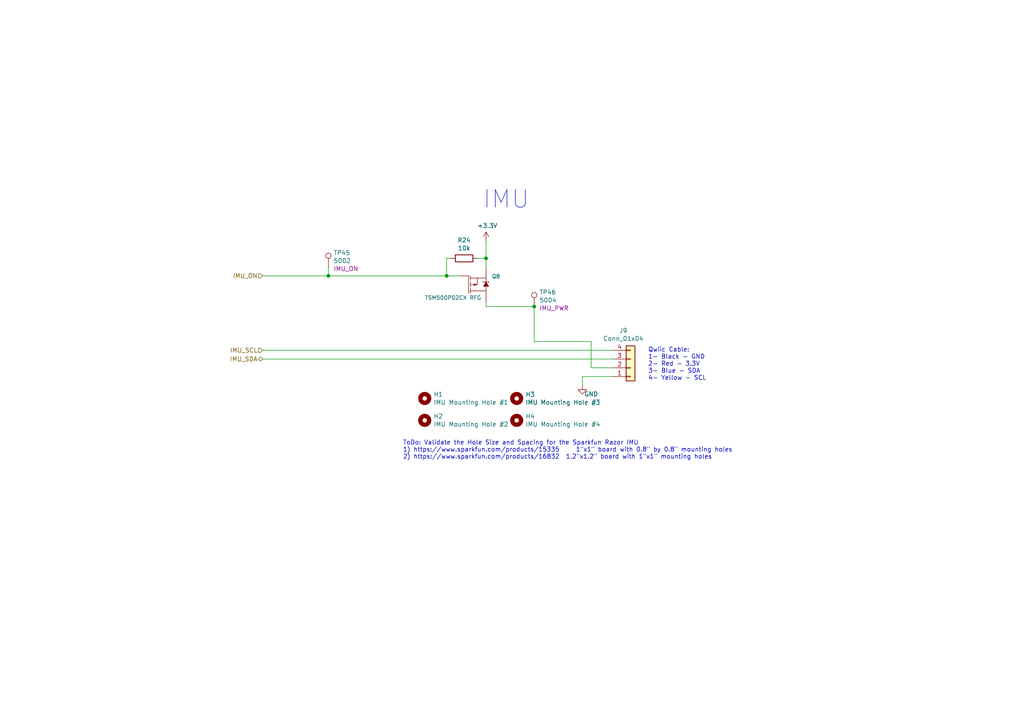
<source format=kicad_sch>
(kicad_sch (version 20211123) (generator eeschema)
  (paper "A4")
  (title_block (title "LCP Controller ") (date "2022-12-19") (rev "0.3") (company "NOAA Pacific Marine Environmental Laboratory") (comment 3 "Current design modified by: Basharat Basharat") (comment 4 "Current design by: Matt Casari") (comment 5 "Current design modified by: Basharat Martin"))
  (lib_symbols
    (symbol "Connector:TestPoint" (pin_numbers hide) (pin_names (offset 0.762) hide)
      (property "Reference" "TP" (at 0 6.858 0))
      (property "Value" "TestPoint" (at 0 5.08 0))
      (symbol "TestPoint_0_1"
        (circle (center 0 3.302) (radius 0.762))
      )
      (symbol "TestPoint_1_1"
        (pin passive line (at 0 0 90) (length 2.54) (name "1") (number "1"))
      )
    )
    (symbol "Connector_Generic:Conn_01x04" (pin_names (offset 1.016) hide)
      (property "Reference" "J" (at 0 5.08 0))
      (property "Value" "Conn_01x04" (at 0 -7.62 0))
      (symbol "Conn_01x04_1_1"
        (rectangle (start -1.27 -4.953) (end 0 -5.207) (stroke (width 0.1524)))
        (rectangle (start -1.27 -2.413) (end 0 -2.667) (stroke (width 0.1524)))
        (rectangle (start -1.27 0.127) (end 0 -0.127) (stroke (width 0.1524)))
        (rectangle (start -1.27 2.667) (end 0 2.413) (stroke (width 0.1524)))
        (rectangle (start -1.27 3.81) (end 1.27 -6.35) (stroke (width 0.254)) (fill (type background)))
        (pin passive line (at -5.08 2.54 0) (length 3.81) (name "Pin_1") (number "1"))
        (pin passive line (at -5.08 0 0) (length 3.81) (name "Pin_2") (number "2"))
        (pin passive line (at -5.08 -2.54 0) (length 3.81) (name "Pin_3") (number "3"))
        (pin passive line (at -5.08 -5.08 0) (length 3.81) (name "Pin_4") (number "4"))
      )
    )
    (symbol "Device:R" (pin_numbers hide) (pin_names (offset 0))
      (property "Reference" "R" (at 2.032 0 90))
      (property "Value" "R" (at 0 0 90))
      (symbol "R_0_1"
        (rectangle (start -1.016 -2.54) (end 1.016 2.54) (stroke (width 0.254)))
      )
      (symbol "R_1_1"
        (pin passive line (at 0 3.81 270) (length 1.27) (name "~") (number "1"))
        (pin passive line (at 0 -3.81 90) (length 1.27) (name "~") (number "2"))
      )
    )
    (symbol "Mechanical:MountingHole" (pin_names (offset 1.016))
      (property "Reference" "H" (at 0 5.08 0))
      (property "Value" "MountingHole" (at 0 3.175 0))
      (symbol "MountingHole_0_1"
        (circle (center 0 0) (radius 1.27) (stroke (width 1.27)))
      )
    )
    (symbol "SparkFun-DiscreteSemi:MOSFET_PCH-DMG2307L" (pin_numbers hide) (pin_names (offset 1.016) hide)
      (property "Reference" "Q" (at 3.81 3.81 0))
      (property "Value" "MOSFET_PCH-DMG2307L" (at 3.81 -5.08 0))
      (property "Field4" "TRANS-11308" (at 0 7.62 0))
      (symbol "MOSFET_PCH-DMG2307L_1_0"
        (polyline (pts (xy -2.54 -2.54) (xy -2.54 2.54)))
        (polyline (pts (xy -1.9812 -1.905) (xy -1.9812 -2.54)))
        (polyline (pts (xy -1.9812 -1.905) (xy 0 -1.905)))
        (polyline (pts (xy -1.9812 -1.2954) (xy -1.9812 -1.905)))
        (polyline (pts (xy -1.9812 0) (xy -1.9812 -0.8382)))
        (polyline (pts (xy -1.9812 0.6858) (xy -1.9812 0)))
        (polyline (pts (xy -1.9812 1.8034) (xy -1.9812 1.0922)))
        (polyline (pts (xy -1.9812 1.8034) (xy 2.54 1.8034)))
        (polyline (pts (xy -1.9812 2.54) (xy -1.9812 1.8034)))
        (polyline (pts (xy 0 -1.905) (xy 0 0)))
        (polyline (pts (xy 0 0) (xy -1.9812 0)))
        (polyline (pts (xy 1.778 -0.762) (xy 1.6002 -0.9398)))
        (polyline (pts (xy 1.778 -0.762) (xy 3.302 -0.762)))
        (polyline (pts (xy 2.54 -2.54) (xy 2.54 -1.905)))
        (polyline (pts (xy 2.54 -1.905) (xy 0 -1.905)))
        (polyline (pts (xy 2.54 -1.905) (xy 2.54 -0.7874)))
        (polyline (pts (xy 2.54 1.8034) (xy 2.54 0.5842)))
        (polyline (pts (xy 2.54 2.54) (xy 2.54 1.8034)))
        (polyline (pts (xy 3.4798 -0.5842) (xy 3.302 -0.762)))
      )
      (symbol "MOSFET_PCH-DMG2307L_1_1"
        (polyline (pts (xy -0.1778 0) (xy -0.9398 -0.254) (xy -0.9398 -0.254) (xy -0.9398 0.254) (xy -0.9398 0.254) (xy -0.1778 0)) (fill (type outline)))
        (polyline (pts (xy 3.302 0.508) (xy 2.54 -0.762) (xy 2.54 -0.762) (xy 1.778 0.508) (xy 1.778 0.508) (xy 3.302 0.508)) (fill (type outline)))
        (pin bidirectional line (at -5.08 -2.54 0) (length 2.54) (name "G") (number "1"))
        (pin bidirectional line (at 2.54 -5.08 90) (length 2.54) (name "S") (number "2"))
        (pin bidirectional line (at 2.54 5.08 270) (length 2.54) (name "D") (number "3"))
      )
    )
    (symbol "power:+3.3V" (power) (pin_names (offset 0))
      (property "Value" "+3.3V" (at 0 3.556 0))
      (symbol "+3.3V_0_1"
        (polyline (pts (xy -0.762 1.27) (xy 0 2.54)))
        (polyline (pts (xy 0 0) (xy 0 2.54)))
        (polyline (pts (xy 0 2.54) (xy 0.762 1.27)))
      )
      (symbol "+3.3V_1_1"
        (pin power_in line (at 0 0 90) (length 0) hide (name "+3.3V") (number "1"))
      )
    )
    (symbol "power:GND" (power) (pin_names (offset 0))
      (property "Value" "GND" (at 0 -3.81 0))
      (symbol "GND_0_1"
        (polyline (pts (xy 0 0) (xy 0 -1.27) (xy 1.27 -1.27) (xy 0 -2.54) (xy -1.27 -1.27) (xy 0 -1.27)))
      )
      (symbol "GND_1_1"
        (pin power_in line (at 0 0 270) (length 0) hide (name "GND") (number "1"))
      )
    )
  )
  (junction (at 154.94 88.9))
  (junction (at 129.54 80.01))
  (junction (at 95.25 80.01))
  (junction (at 140.97 74.93))
  (wire (pts (xy 140.97 74.93) (xy 140.97 77.47)))
  (wire (pts (xy 140.97 69.85) (xy 140.97 74.93)))
  (wire (pts (xy 168.91 109.22) (xy 168.91 111.76)))
  (wire (pts (xy 76.2 80.01) (xy 95.25 80.01)))
  (wire (pts (xy 138.43 74.93) (xy 140.97 74.93)))
  (wire (pts (xy 140.97 88.9) (xy 140.97 87.63)))
  (wire (pts (xy 171.45 106.68) (xy 177.8 106.68)))
  (wire (pts (xy 133.35 80.01) (xy 129.54 80.01)))
  (wire (pts (xy 177.8 109.22) (xy 168.91 109.22)))
  (wire (pts (xy 171.45 99.06) (xy 171.45 106.68)))
  (wire (pts (xy 129.54 74.93) (xy 130.81 74.93)))
  (wire (pts (xy 154.94 99.06) (xy 171.45 99.06)))
  (wire (pts (xy 95.25 77.47) (xy 95.25 80.01)))
  (wire (pts (xy 154.94 88.9) (xy 154.94 99.06)))
  (wire (pts (xy 76.2 101.6) (xy 177.8 101.6)))
  (wire (pts (xy 140.97 88.9) (xy 154.94 88.9)))
  (wire (pts (xy 129.54 80.01) (xy 129.54 74.93)))
  (wire (pts (xy 76.2 104.14) (xy 177.8 104.14)))
  (wire (pts (xy 95.25 80.01) (xy 129.54 80.01)))
  (text "IMU" (at 153.67 60.96 180) (effects (font (size 5.08 5.08)) (justify right bottom)))
  (text "Qwiic Cable:\n1- Black - GND\n2- Red - 3.3V\n3- Blue - SDA\n4- Yellow - SCL" (at 187.96 110.49 0) (effects (font (size 1.27 1.27)) (justify left bottom)))
  (text "ToDo: Validate the Hole Size and Spacing for the Sparkfun Razor IMU\n1) https://www.sparkfun.com/products/15335     1\"x1\" board with 0.8\" by 0.8\" mounting holes\n2) https://www.sparkfun.com/products/16832  1.2\"x1.2\" board with 1\"x1\" mounting holes\n" (at 116.84 133.35 0) (effects (font (size 1.27 1.27)) (justify left bottom)))
  (hierarchical_label "IMU_ON" (shape input) (at 76.2 80.01 180))
  (hierarchical_label "IMU_SDA" (shape bidirectional) (at 76.2 104.14 180))
  (hierarchical_label "IMU_SCL" (shape input) (at 76.2 101.6 180))
  (symbol (lib_id "Connector:TestPoint") (at 154.94 88.9 0) (unit 1)
    (property "Reference" "TP46" (at 156.4132 84.7598 0) (effects (justify left)))
    (property "Value" "5004" (at 156.4132 87.0712 0) (effects (justify left)))
    (property "Footprint" "TestPoint:TestPoint_Keystone_5000-5004_Miniature" (effects hide))
    (property "TestPoint" "IMU_PWR" (at 156.4132 89.3826 0) (effects (justify left)))
  )
  (symbol (lib_id "Mechanical:MountingHole") (at 123.19 115.57 0) (unit 1)
    (property "Reference" "H1" (at 125.73 114.4016 0) (effects (justify left)))
    (property "Value" "IMU Mounting Hole #1" (at 125.73 116.713 0) (effects (justify left)))
    (property "Footprint" "MountingHole:MountingHole_2.5mm_Pad" (effects hide))
  )
  (symbol (lib_id "Mechanical:MountingHole") (at 123.19 121.92 0) (unit 1)
    (property "Reference" "H2" (at 125.73 120.7516 0) (effects (justify left)))
    (property "Value" "IMU Mounting Hole #2" (at 125.73 123.063 0) (effects (justify left)))
    (property "Footprint" "MountingHole:MountingHole_2.5mm_Pad" (effects hide))
  )
  (symbol (lib_id "Mechanical:MountingHole") (at 149.86 115.57 0) (unit 1)
    (property "Reference" "H3" (at 152.4 114.4016 0) (effects (justify left)))
    (property "Value" "IMU Mounting Hole #3" (at 152.4 116.713 0) (effects (justify left)))
    (property "Footprint" "MountingHole:MountingHole_2.5mm_Pad" (effects hide))
  )
  (symbol (lib_id "Mechanical:MountingHole") (at 149.86 121.92 0) (unit 1)
    (property "Reference" "H4" (at 152.4 120.7516 0) (effects (justify left)))
    (property "Value" "IMU Mounting Hole #4" (at 152.4 123.063 0) (effects (justify left)))
    (property "Footprint" "MountingHole:MountingHole_2.5mm_Pad" (effects hide))
  )
  (symbol (lib_id "Connector_Generic:Conn_01x04") (at 182.88 106.68 0) (mirror x) (unit 1)
    (property "Reference" "J9" (at 180.7972 95.885 0))
    (property "Value" "Conn_01x04" (at 180.7972 98.1964 0))
    (property "Footprint" "Connector_JST:JST_SH_BM04B-SRSS-TB_1x04-1MP_P1.00mm_Vertical" (effects hide))
    (property "MPN" "BM04B-SRSS-TBT(LF)(SN)" (effects hide))
  )
  (symbol (lib_id "power:GND") (at 168.91 111.76 0) (unit 1)
    (property "Reference" "#PWR065" (effects hide))
    (property "Value" "GND" (at 171.45 114.3 0))
  )
  (symbol (lib_id "SparkFun-DiscreteSemi:MOSFET_PCH-DMG2307L") (at 138.43 82.55 0) (mirror x) (unit 1)
    (property "Reference" "Q8" (at 142.621 80.137 0) (effects (font (size 1.143 1.143)) (justify left)))
    (property "Value" "TSM500P02CX RFG " (at 123.19 86.36 0) (effects (font (size 1.143 1.143)) (justify left)))
    (property "Footprint" "Package_TO_SOT_SMD:SOT-23" (effects hide))
    (property "Datasheet" "https://www.mouser.com/datasheet/2/395/TSM500P02CX_B1811-1918968.pdf" (effects hide))
    (property "Field4" "TRANS-11308" (effects hide))
    (property "MPN" "TSM500P02CX RFG " (effects hide))
  )
  (symbol (lib_id "power:+3.3V") (at 140.97 69.85 0) (unit 1)
    (property "Reference" "#PWR063" (effects hide))
    (property "Value" "+3.3V" (at 141.351 65.4558 0))
  )
  (symbol (lib_id "Device:R") (at 134.62 74.93 270) (unit 1)
    (property "Reference" "R24" (at 134.62 69.6722 90))
    (property "Value" "10k" (at 134.62 71.9836 90))
    (property "Footprint" "Resistor_SMD:R_0805_2012Metric" (effects hide))
    (property "MPN" "ERA-6AEB103V" (effects hide))
  )
  (symbol (lib_id "Connector:TestPoint") (at 95.25 77.47 0) (unit 1)
    (property "Reference" "TP45" (at 96.7232 73.3298 0) (effects (justify left)))
    (property "Value" "5002" (at 96.7232 75.6412 0) (effects (justify left)))
    (property "Footprint" "TestPoint:TestPoint_Keystone_5000-5004_Miniature" (effects hide))
    (property "TestPoint" "IMU_ON" (at 96.7232 77.9526 0) (effects (justify left)))
  )
)
</source>
